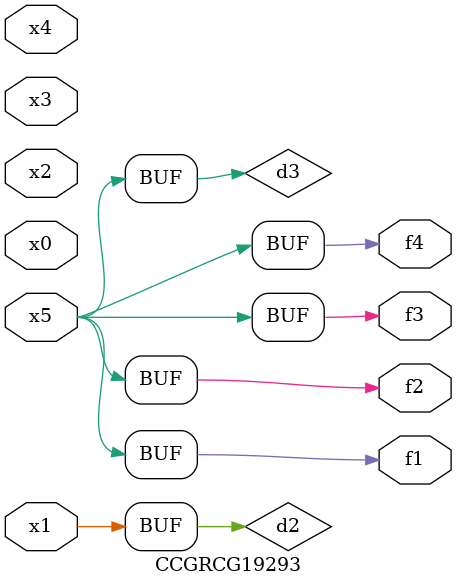
<source format=v>
module CCGRCG19293(
	input x0, x1, x2, x3, x4, x5,
	output f1, f2, f3, f4
);

	wire d1, d2, d3;

	not (d1, x5);
	or (d2, x1);
	xnor (d3, d1);
	assign f1 = d3;
	assign f2 = d3;
	assign f3 = d3;
	assign f4 = d3;
endmodule

</source>
